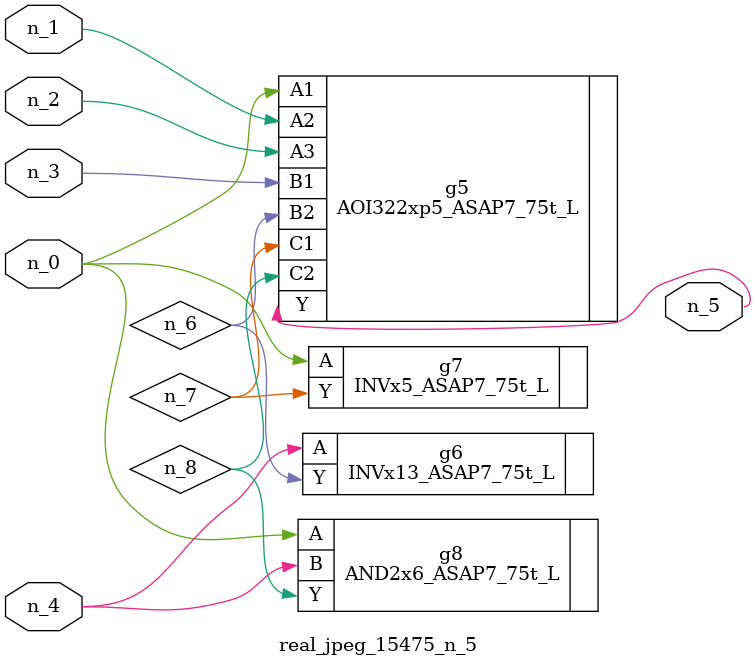
<source format=v>
module real_jpeg_15475_n_5 (n_4, n_0, n_1, n_2, n_3, n_5);

input n_4;
input n_0;
input n_1;
input n_2;
input n_3;

output n_5;

wire n_8;
wire n_6;
wire n_7;

AOI322xp5_ASAP7_75t_L g5 ( 
.A1(n_0),
.A2(n_1),
.A3(n_2),
.B1(n_3),
.B2(n_6),
.C1(n_7),
.C2(n_8),
.Y(n_5)
);

INVx5_ASAP7_75t_L g7 ( 
.A(n_0),
.Y(n_7)
);

AND2x6_ASAP7_75t_L g8 ( 
.A(n_0),
.B(n_4),
.Y(n_8)
);

INVx13_ASAP7_75t_L g6 ( 
.A(n_4),
.Y(n_6)
);


endmodule
</source>
